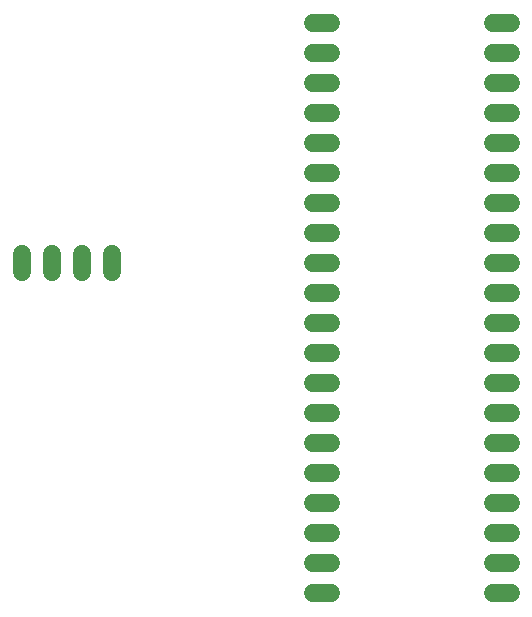
<source format=gbr>
G04 EAGLE Gerber RS-274X export*
G75*
%MOMM*%
%FSLAX34Y34*%
%LPD*%
%INBottom Copper*%
%IPPOS*%
%AMOC8*
5,1,8,0,0,1.08239X$1,22.5*%
G01*
%ADD10C,1.524000*%


D10*
X33020Y25400D02*
X17780Y25400D01*
X17780Y50800D02*
X33020Y50800D01*
X33020Y76200D02*
X17780Y76200D01*
X17780Y101600D02*
X33020Y101600D01*
X33020Y127000D02*
X17780Y127000D01*
X17780Y152400D02*
X33020Y152400D01*
X33020Y177800D02*
X17780Y177800D01*
X17780Y203200D02*
X33020Y203200D01*
X33020Y228600D02*
X17780Y228600D01*
X17780Y254000D02*
X33020Y254000D01*
X33020Y279400D02*
X17780Y279400D01*
X17780Y304800D02*
X33020Y304800D01*
X33020Y330200D02*
X17780Y330200D01*
X17780Y355600D02*
X33020Y355600D01*
X33020Y381000D02*
X17780Y381000D01*
X17780Y406400D02*
X33020Y406400D01*
X33020Y431800D02*
X17780Y431800D01*
X17780Y457200D02*
X33020Y457200D01*
X33020Y482600D02*
X17780Y482600D01*
X17780Y508000D02*
X33020Y508000D01*
X170180Y25400D02*
X185420Y25400D01*
X185420Y50800D02*
X170180Y50800D01*
X170180Y76200D02*
X185420Y76200D01*
X185420Y101600D02*
X170180Y101600D01*
X170180Y127000D02*
X185420Y127000D01*
X185420Y152400D02*
X170180Y152400D01*
X170180Y177800D02*
X185420Y177800D01*
X185420Y203200D02*
X170180Y203200D01*
X170180Y228600D02*
X185420Y228600D01*
X185420Y254000D02*
X170180Y254000D01*
X170180Y279400D02*
X185420Y279400D01*
X185420Y304800D02*
X170180Y304800D01*
X170180Y330200D02*
X185420Y330200D01*
X185420Y355600D02*
X170180Y355600D01*
X170180Y381000D02*
X185420Y381000D01*
X185420Y406400D02*
X170180Y406400D01*
X170180Y431800D02*
X185420Y431800D01*
X185420Y457200D02*
X170180Y457200D01*
X170180Y482600D02*
X185420Y482600D01*
X185420Y508000D02*
X170180Y508000D01*
X-228600Y312420D02*
X-228600Y297180D01*
X-203200Y297180D02*
X-203200Y312420D01*
X-177800Y312420D02*
X-177800Y297180D01*
X-152400Y297180D02*
X-152400Y312420D01*
M02*

</source>
